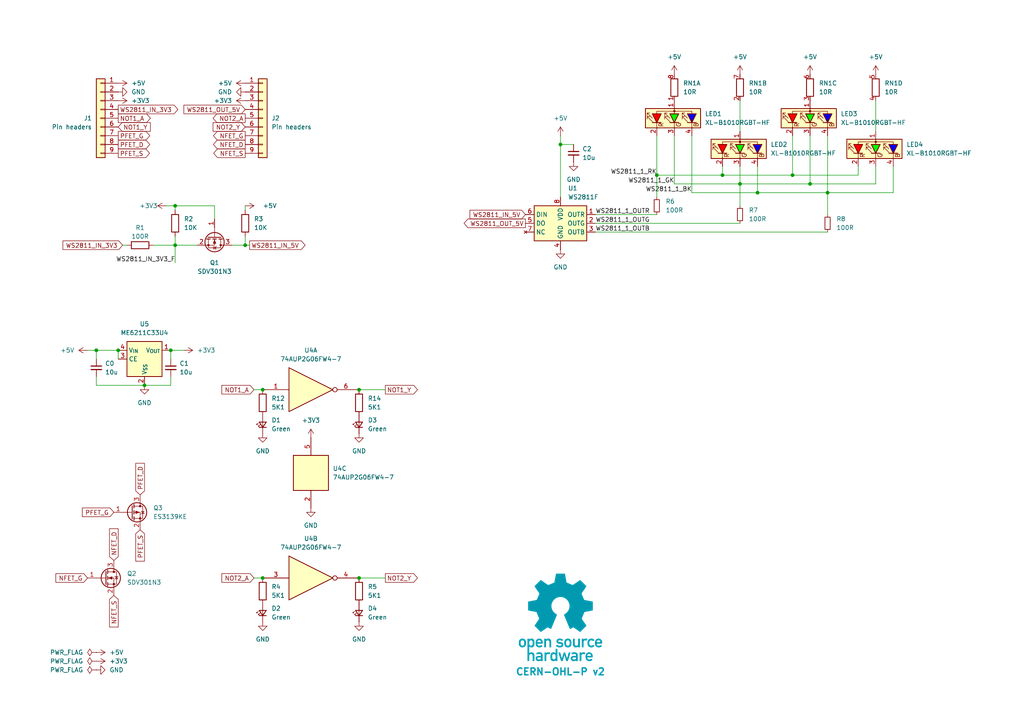
<source format=kicad_sch>
(kicad_sch (version 20231120) (generator "eeschema") (generator_version "8.0")
  (paper "A4")
  (lib_symbols
    (symbol "Connector_Generic:Conn_01x09" (pin_names (offset 1.016) hide)
      (property "Reference" "J" (at 0 12.7 0))
      (property "Value" "Conn_01x09" (at 0 -12.7 0))
      (symbol "Conn_01x09_1_1"
        (rectangle (start -1.27 -10.033) (end 0 -10.287) (stroke (width 0.1524)))
        (rectangle (start -1.27 -7.493) (end 0 -7.747) (stroke (width 0.1524)))
        (rectangle (start -1.27 -4.953) (end 0 -5.207) (stroke (width 0.1524)))
        (rectangle (start -1.27 -2.413) (end 0 -2.667) (stroke (width 0.1524)))
        (rectangle (start -1.27 0.127) (end 0 -0.127) (stroke (width 0.1524)))
        (rectangle (start -1.27 2.667) (end 0 2.413) (stroke (width 0.1524)))
        (rectangle (start -1.27 5.207) (end 0 4.953) (stroke (width 0.1524)))
        (rectangle (start -1.27 7.747) (end 0 7.493) (stroke (width 0.1524)))
        (rectangle (start -1.27 10.287) (end 0 10.033) (stroke (width 0.1524)))
        (rectangle (start -1.27 11.43) (end 1.27 -11.43) (stroke (width 0.254)) (fill (type background)))
        (pin passive line (at -5.08 10.16 0) (length 3.81) (name "Pin_1") (number "1"))
        (pin passive line (at -5.08 7.62 0) (length 3.81) (name "Pin_2") (number "2"))
        (pin passive line (at -5.08 5.08 0) (length 3.81) (name "Pin_3") (number "3"))
        (pin passive line (at -5.08 2.54 0) (length 3.81) (name "Pin_4") (number "4"))
        (pin passive line (at -5.08 0 0) (length 3.81) (name "Pin_5") (number "5"))
        (pin passive line (at -5.08 -2.54 0) (length 3.81) (name "Pin_6") (number "6"))
        (pin passive line (at -5.08 -5.08 0) (length 3.81) (name "Pin_7") (number "7"))
        (pin passive line (at -5.08 -7.62 0) (length 3.81) (name "Pin_8") (number "8"))
        (pin passive line (at -5.08 -10.16 0) (length 3.81) (name "Pin_9") (number "9"))
      )
    )
    (symbol "Device:C_Small" (pin_numbers hide) (pin_names (offset 0.254) hide)
      (property "Reference" "C" (at 0.254 1.778 0))
      (property "Value" "C_Small" (at 0.254 -2.032 0))
      (symbol "C_Small_0_1"
        (polyline (pts (xy -1.524 -0.508) (xy 1.524 -0.508)) (stroke (width 0.3302)))
        (polyline (pts (xy -1.524 0.508) (xy 1.524 0.508)) (stroke (width 0.3048)))
      )
      (symbol "C_Small_1_1"
        (pin passive line (at 0 2.54 270) (length 2.032) (name "~") (number "1"))
        (pin passive line (at 0 -2.54 90) (length 2.032) (name "~") (number "2"))
      )
    )
    (symbol "Device:LED_Small" (pin_numbers hide) (pin_names (offset 0.254) hide)
      (property "Reference" "D" (at -1.27 3.175 0))
      (property "Value" "LED_Small" (at -4.445 -2.54 0))
      (symbol "LED_Small_0_1"
        (polyline (pts (xy -0.762 -1.016) (xy -0.762 1.016)) (stroke (width 0.254)))
        (polyline (pts (xy 1.016 0) (xy -0.762 0)))
        (polyline (pts (xy 0.762 -1.016) (xy -0.762 0) (xy 0.762 1.016) (xy 0.762 -1.016)) (stroke (width 0.254)))
        (polyline (pts (xy 0 0.762) (xy -0.508 1.27) (xy -0.254 1.27) (xy -0.508 1.27) (xy -0.508 1.016)))
        (polyline (pts (xy 0.508 1.27) (xy 0 1.778) (xy 0.254 1.778) (xy 0 1.778) (xy 0 1.524)))
      )
      (symbol "LED_Small_1_1"
        (pin passive line (at -2.54 0 0) (length 1.778) (name "K") (number "1"))
        (pin passive line (at 2.54 0 180) (length 1.778) (name "A") (number "2"))
      )
    )
    (symbol "Device:R" (pin_numbers hide) (pin_names (offset 0))
      (property "Reference" "R" (at 2.032 0 90))
      (property "Value" "R" (at 0 0 90))
      (symbol "R_0_1"
        (rectangle (start -1.016 -2.54) (end 1.016 2.54) (stroke (width 0.254)))
      )
      (symbol "R_1_1"
        (pin passive line (at 0 3.81 270) (length 1.27) (name "~") (number "1"))
        (pin passive line (at 0 -3.81 90) (length 1.27) (name "~") (number "2"))
      )
    )
    (symbol "Device:R_Pack04_Split" (pin_names (offset 0) hide)
      (property "Reference" "RN" (at 2.032 0 90))
      (property "Value" "R_Pack04_Split" (at 0 0 90))
      (symbol "R_Pack04_Split_0_1"
        (rectangle (start 1.016 2.54) (end -1.016 -2.54) (stroke (width 0.254)))
      )
      (symbol "R_Pack04_Split_1_1"
        (pin passive line (at 0 -3.81 90) (length 1.27) (name "R1.1") (number "1"))
        (pin passive line (at 0 3.81 270) (length 1.27) (name "R1.2") (number "8"))
      )
      (symbol "R_Pack04_Split_2_1"
        (pin passive line (at 0 -3.81 90) (length 1.27) (name "R2.1") (number "2"))
        (pin passive line (at 0 3.81 270) (length 1.27) (name "R2.2") (number "7"))
      )
      (symbol "R_Pack04_Split_3_1"
        (pin passive line (at 0 -3.81 90) (length 1.27) (name "R3.1") (number "3"))
        (pin passive line (at 0 3.81 270) (length 1.27) (name "R3.2") (number "6"))
      )
      (symbol "R_Pack04_Split_4_1"
        (pin passive line (at 0 -3.81 90) (length 1.27) (name "R4.1") (number "4"))
        (pin passive line (at 0 3.81 270) (length 1.27) (name "R4.2") (number "5"))
      )
    )
    (symbol "Device:R_Small" (pin_numbers hide) (pin_names (offset 0.254) hide)
      (property "Reference" "R" (at 0.762 0.508 0))
      (property "Value" "R_Small" (at 0.762 -1.016 0))
      (symbol "R_Small_0_1"
        (rectangle (start -0.762 1.778) (end 0.762 -1.778) (stroke (width 0.2032)))
      )
      (symbol "R_Small_1_1"
        (pin passive line (at 0 2.54 270) (length 0.762) (name "~") (number "1"))
        (pin passive line (at 0 -2.54 90) (length 0.762) (name "~") (number "2"))
      )
    )
    (symbol "lcsc:74AUP2G06FW4-7" (pin_names hide)
      (property "Reference" "U" (at 0 7.62 0))
      (property "Value" "74AUP2G06FW4-7" (at 2.54 -7.62 0))
      (symbol "74AUP2G06FW4-7_1_1"
        (polyline (pts (xy -7.62 6.35) (xy -7.62 -6.35) (xy 5.08 0) (xy -7.62 6.35)) (stroke (width 0.254)) (fill (type background)))
        (pin input line (at -15.24 0 0) (length 7.62) (name "1A") (number "1"))
        (pin output inverted (at 12.7 0 180) (length 7.62) (name "1Y") (number "6"))
      )
      (symbol "74AUP2G06FW4-7_2_1"
        (polyline (pts (xy -7.62 6.35) (xy -7.62 -6.35) (xy 5.08 0) (xy -7.62 6.35)) (stroke (width 0.254)) (fill (type background)))
        (pin input line (at -15.24 0 0) (length 7.62) (name "2A") (number "3"))
        (pin output inverted (at 12.7 0 180) (length 7.62) (name "2Y") (number "4"))
      )
      (symbol "74AUP2G06FW4-7_3_0"
        (rectangle (start -5.08 -5.08) (end 5.08 5.08) (stroke (width 0.254)) (fill (type background)))
      )
      (symbol "74AUP2G06FW4-7_3_1"
        (pin power_in line (at 0 -10.16 90) (length 5.08) (name "GND") (number "2"))
        (pin power_in line (at 0 10.16 270) (length 5.08) (name "VCC") (number "5"))
      )
    )
    (symbol "lcsc:ES3139KE" (pin_names hide)
      (property "Reference" "Q" (at 5.08 1.905 0))
      (property "Value" "ES3139KE" (at 5.08 0 0))
      (symbol "ES3139KE_0_1"
        (polyline (pts (xy 0.254 0) (xy -2.54 0)))
        (polyline (pts (xy 0.254 1.905) (xy 0.254 -1.905)) (stroke (width 0.254)))
        (polyline (pts (xy 0.762 -1.27) (xy 0.762 -2.286)) (stroke (width 0.254)))
        (polyline (pts (xy 0.762 0.508) (xy 0.762 -0.508)) (stroke (width 0.254)))
        (polyline (pts (xy 0.762 2.286) (xy 0.762 1.27)) (stroke (width 0.254)))
        (polyline (pts (xy 2.54 2.54) (xy 2.54 1.778)))
        (polyline (pts (xy 2.54 -2.54) (xy 2.54 0) (xy 0.762 0)))
        (polyline (pts (xy 0.762 1.778) (xy 3.302 1.778) (xy 3.302 -1.778) (xy 0.762 -1.778)))
        (polyline (pts (xy 2.286 0) (xy 1.27 0.381) (xy 1.27 -0.381) (xy 2.286 0)) (fill (type outline)))
        (polyline (pts (xy 2.794 -0.508) (xy 2.921 -0.381) (xy 3.683 -0.381) (xy 3.81 -0.254)))
        (polyline (pts (xy 3.302 -0.381) (xy 2.921 0.254) (xy 3.683 0.254) (xy 3.302 -0.381)))
        (circle (center 1.651 0) (radius 2.794) (stroke (width 0.254)))
        (circle (center 2.54 -1.778) (radius 0.254) (fill (type outline)))
        (circle (center 2.54 1.778) (radius 0.254) (fill (type outline)))
      )
      (symbol "ES3139KE_1_1"
        (pin input line (at -5.08 0 0) (length 2.54) (name "G") (number "1"))
        (pin passive line (at 2.54 -5.08 90) (length 2.54) (name "S") (number "2"))
        (pin passive line (at 2.54 5.08 270) (length 2.54) (name "D") (number "3"))
      )
    )
    (symbol "lcsc:ME6211C33U4"
      (property "Reference" "U" (at -4.572 6.35 0))
      (property "Value" "ME6211C33U4" (at 10.16 8.636 0))
      (symbol "ME6211C33U4_1_1"
        (rectangle (start -5.08 5.08) (end 5.08 -5.08) (stroke (width 0.254)) (fill (type background)))
        (pin power_out line (at 7.62 2.54 180) (length 2.54) (name "V_{OUT}") (number "1"))
        (pin power_in line (at 0 -7.62 90) (length 2.54) (name "V_{SS}") (number "2"))
        (pin input line (at -7.62 0 0) (length 2.54) (name "CE") (number "3"))
        (pin power_in line (at -7.62 2.54 0) (length 2.54) (name "V_{IN}") (number "4"))
        (pin no_connect line (at 5.08 0 180) (length 2.54) hide (name "NC") (number "5"))
      )
    )
    (symbol "lcsc:SDV301N3" (pin_names hide)
      (property "Reference" "Q" (at 5.08 1.905 0))
      (property "Value" "SDV301N3" (at 5.08 0 0))
      (symbol "SDV301N3_0_1"
        (polyline (pts (xy 0.254 0) (xy -2.54 0)))
        (polyline (pts (xy 0.254 1.905) (xy 0.254 -1.905)) (stroke (width 0.254)))
        (polyline (pts (xy 0.762 -1.27) (xy 0.762 -2.286)) (stroke (width 0.254)))
        (polyline (pts (xy 0.762 0.508) (xy 0.762 -0.508)) (stroke (width 0.254)))
        (polyline (pts (xy 0.762 2.286) (xy 0.762 1.27)) (stroke (width 0.254)))
        (polyline (pts (xy 2.54 2.54) (xy 2.54 1.778)))
        (polyline (pts (xy 2.54 -2.54) (xy 2.54 0) (xy 0.762 0)))
        (polyline (pts (xy 0.762 -1.778) (xy 3.302 -1.778) (xy 3.302 1.778) (xy 0.762 1.778)))
        (polyline (pts (xy 1.016 0) (xy 2.032 0.381) (xy 2.032 -0.381) (xy 1.016 0)) (fill (type outline)))
        (polyline (pts (xy 2.794 0.508) (xy 2.921 0.381) (xy 3.683 0.381) (xy 3.81 0.254)))
        (polyline (pts (xy 3.302 0.381) (xy 2.921 -0.254) (xy 3.683 -0.254) (xy 3.302 0.381)))
        (circle (center 1.651 0) (radius 2.794) (stroke (width 0.254)))
        (circle (center 2.54 -1.778) (radius 0.254) (fill (type outline)))
        (circle (center 2.54 1.778) (radius 0.254) (fill (type outline)))
      )
      (symbol "SDV301N3_1_1"
        (pin input line (at -5.08 0 0) (length 2.54) (name "G") (number "1"))
        (pin passive line (at 2.54 -5.08 90) (length 2.54) (name "S") (number "2"))
        (pin passive line (at 2.54 5.08 270) (length 2.54) (name "D") (number "3"))
      )
    )
    (symbol "lcsc:WS2811F"
      (property "Reference" "U" (at -6.35 6.35 0))
      (property "Value" "WS2811F" (at 5.08 6.35 0))
      (symbol "WS2811F_0_1"
        (rectangle (start -7.62 5.08) (end 7.62 -5.08) (stroke (width 0.254)) (fill (type background)))
      )
      (symbol "WS2811F_1_1"
        (pin output line (at 10.16 2.54 180) (length 2.54) (name "OUTR") (number "1"))
        (pin output line (at 10.16 0 180) (length 2.54) (name "OUTG") (number "2"))
        (pin output line (at 10.16 -2.54 180) (length 2.54) (name "OUTB") (number "3"))
        (pin power_in line (at 0 -7.62 90) (length 2.54) (name "GND") (number "4"))
        (pin output line (at -10.16 0 0) (length 2.54) (name "DO") (number "5"))
        (pin input line (at -10.16 2.54 0) (length 2.54) (name "DIN") (number "6"))
        (pin no_connect line (at -10.16 -2.54 0) (length 2.54) (name "NC") (number "7"))
        (pin power_in line (at 0 7.62 270) (length 2.54) (name "VDD") (number "8"))
      )
    )
    (symbol "lcsc:XL-B1010RGBT-HF" (pin_names (offset 0) hide)
      (property "Reference" "D" (at 0 9.398 0))
      (property "Value" "XL-B1010RGBT-HF" (at 0 -8.89 0))
      (symbol "XL-B1010RGBT-HF_0_0"
        (text "B" (at -1.905 -6.35 0) (effects (font (size 1.27 1.27))))
        (text "G" (at -1.905 -1.27 0) (effects (font (size 1.27 1.27))))
        (text "R" (at -1.905 3.81 0) (effects (font (size 1.27 1.27))))
      )
      (symbol "XL-B1010RGBT-HF_0_1"
        (rectangle (start -2.794 8.382) (end 2.794 -7.62) (stroke (width 0.254)) (fill (type background)))
        (polyline (pts (xy -1.27 -5.08) (xy -2.54 -5.08)))
        (polyline (pts (xy -1.27 -3.81) (xy -1.27 -6.35)) (stroke (width 0.254)))
        (polyline (pts (xy -1.27 0) (xy -2.54 0)))
        (polyline (pts (xy -1.27 1.27) (xy -1.27 -1.27)) (stroke (width 0.254)))
        (polyline (pts (xy -1.27 5.08) (xy -2.54 5.08)))
        (polyline (pts (xy -1.27 6.35) (xy -1.27 3.81)) (stroke (width 0.254)))
        (polyline (pts (xy 1.27 0) (xy 2.54 0)))
        (polyline (pts (xy -1.27 1.27) (xy -1.27 -1.27) (xy -1.27 -1.27)))
        (polyline (pts (xy -1.27 6.35) (xy -1.27 3.81) (xy -1.27 3.81)))
        (polyline (pts (xy 1.27 -5.08) (xy 2.032 -5.08) (xy 2.032 5.08) (xy 1.27 5.08)))
        (polyline (pts (xy -1.016 -3.81) (xy 0.508 -2.286) (xy -0.254 -2.286) (xy 0.508 -2.286) (xy 0.508 -3.048)))
        (polyline (pts (xy -1.016 1.27) (xy 0.508 2.794) (xy -0.254 2.794) (xy 0.508 2.794) (xy 0.508 2.032)))
        (polyline (pts (xy -1.016 6.35) (xy 0.508 7.874) (xy -0.254 7.874) (xy 0.508 7.874) (xy 0.508 7.112)))
        (polyline (pts (xy 0 -3.81) (xy 1.524 -2.286) (xy 0.762 -2.286) (xy 1.524 -2.286) (xy 1.524 -3.048)))
        (polyline (pts (xy 0 1.27) (xy 1.524 2.794) (xy 0.762 2.794) (xy 1.524 2.794) (xy 1.524 2.032)))
        (polyline (pts (xy 0 6.35) (xy 1.524 7.874) (xy 0.762 7.874) (xy 1.524 7.874) (xy 1.524 7.112)))
        (rectangle (start 1.27 -1.27) (end 1.27 1.27))
        (rectangle (start 1.27 1.27) (end 1.27 1.27))
        (rectangle (start 1.27 3.81) (end 1.27 6.35))
        (rectangle (start 1.27 6.35) (end 1.27 6.35))
        (circle (center 2.032 0) (radius 0.254) (fill (type outline)))
      )
      (symbol "XL-B1010RGBT-HF_1_1"
        (polyline (pts (xy 1.27 -3.81) (xy 1.27 -6.35) (xy -1.27 -5.08) (xy 1.27 -3.81)) (stroke (width 0.254)) (fill (type color) (color 0 0 255 1)))
        (polyline (pts (xy 1.27 1.27) (xy 1.27 -1.27) (xy -1.27 0) (xy 1.27 1.27)) (stroke (width 0.254)) (fill (type color) (color 0 255 0 1)))
        (polyline (pts (xy 1.27 6.35) (xy 1.27 3.81) (xy -1.27 5.08) (xy 1.27 6.35)) (stroke (width 0.254)) (fill (type color) (color 255 0 0 1)))
        (pin passive line (at 5.08 0 180) (length 2.54) (name "A") (number "1"))
        (pin passive line (at -5.08 5.08 0) (length 2.54) (name "RK") (number "2"))
        (pin passive line (at -5.08 0 0) (length 2.54) (name "GK") (number "3"))
        (pin passive line (at -5.08 -5.08 0) (length 2.54) (name "BK") (number "4"))
      )
    )
    (symbol "power:+3V3" (power) (pin_numbers hide) (pin_names (offset 0) hide)
      (property "Value" "+3V3" (at 0 3.556 0))
      (symbol "+3V3_0_1"
        (polyline (pts (xy -0.762 1.27) (xy 0 2.54)))
        (polyline (pts (xy 0 0) (xy 0 2.54)))
        (polyline (pts (xy 0 2.54) (xy 0.762 1.27)))
      )
      (symbol "+3V3_1_1"
        (pin power_in line (at 0 0 90) (length 0) (name "~") (number "1"))
      )
    )
    (symbol "power:+5V" (power) (pin_numbers hide) (pin_names (offset 0) hide)
      (property "Value" "+5V" (at 0 3.556 0))
      (symbol "+5V_0_1"
        (polyline (pts (xy -0.762 1.27) (xy 0 2.54)))
        (polyline (pts (xy 0 0) (xy 0 2.54)))
        (polyline (pts (xy 0 2.54) (xy 0.762 1.27)))
      )
      (symbol "+5V_1_1"
        (pin power_in line (at 0 0 90) (length 0) (name "~") (number "1"))
      )
    )
    (symbol "power:GND" (power) (pin_numbers hide) (pin_names (offset 0) hide)
      (property "Value" "GND" (at 0 -3.81 0))
      (symbol "GND_0_1"
        (polyline (pts (xy 0 0) (xy 0 -1.27) (xy 1.27 -1.27) (xy 0 -2.54) (xy -1.27 -1.27) (xy 0 -1.27)))
      )
      (symbol "GND_1_1"
        (pin power_in line (at 0 0 270) (length 0) (name "~") (number "1"))
      )
    )
    (symbol "power:PWR_FLAG" (power) (pin_numbers hide) (pin_names (offset 0) hide)
      (property "Value" "PWR_FLAG" (at 0 3.81 0))
      (symbol "PWR_FLAG_0_0"
        (pin power_out line (at 0 0 90) (length 0) (name "~") (number "1"))
      )
      (symbol "PWR_FLAG_0_1"
        (polyline (pts (xy 0 0) (xy 0 1.27) (xy -1.016 1.905) (xy 0 2.54) (xy 1.016 1.905) (xy 0 1.27)))
      )
    )
    (symbol "power:VCC" (power) (pin_numbers hide) (pin_names (offset 0) hide)
      (property "Value" "VCC" (at 0 3.556 0))
      (symbol "VCC_0_1"
        (polyline (pts (xy -0.762 1.27) (xy 0 2.54)))
        (polyline (pts (xy 0 0) (xy 0 2.54)))
        (polyline (pts (xy 0 2.54) (xy 0.762 1.27)))
      )
      (symbol "VCC_1_1"
        (pin power_in line (at 0 0 90) (length 0) (name "~") (number "1"))
      )
    )
  )
  (junction (at 50.8 59.69))
  (junction (at 76.2 113.03))
  (junction (at 240.03 55.88))
  (junction (at 234.95 53.34))
  (junction (at 229.87 50.8))
  (junction (at 219.71 55.88))
  (junction (at 27.94 101.6))
  (junction (at 162.56 41.91))
  (junction (at 76.2 167.64))
  (junction (at 49.53 101.6))
  (junction (at 50.8 71.12))
  (junction (at 190.5 50.8))
  (junction (at 104.14 113.03))
  (junction (at 41.91 111.76))
  (junction (at 71.12 71.12))
  (junction (at 104.14 167.64))
  (junction (at 34.29 101.6))
  (junction (at 214.63 53.34))
  (junction (at 209.55 50.8))
  (wire (pts (xy 190.5 50.8) (xy 209.55 50.8)))
  (wire (pts (xy 162.56 39.37) (xy 162.56 41.91)))
  (wire (pts (xy 73.66 113.03) (xy 76.2 113.03)))
  (wire (pts (xy 67.31 71.12) (xy 71.12 71.12)))
  (wire (pts (xy 49.53 111.76) (xy 41.91 111.76)))
  (wire (pts (xy 190.5 39.37) (xy 190.5 50.8)))
  (wire (pts (xy 229.87 39.37) (xy 229.87 50.8)))
  (wire (pts (xy 50.8 68.58) (xy 50.8 71.12)))
  (wire (pts (xy 259.08 48.26) (xy 259.08 55.88)))
  (wire (pts (xy 219.71 55.88) (xy 219.71 48.26)))
  (wire (pts (xy 195.58 53.34) (xy 214.63 53.34)))
  (wire (pts (xy 259.08 55.88) (xy 240.03 55.88)))
  (wire (pts (xy 190.5 50.8) (xy 190.5 57.15)))
  (wire (pts (xy 240.03 39.37) (xy 240.03 55.88)))
  (wire (pts (xy 214.63 48.26) (xy 214.63 53.34)))
  (wire (pts (xy 104.14 167.64) (xy 111.76 167.64)))
  (wire (pts (xy 214.63 29.21) (xy 214.63 38.1)))
  (wire (pts (xy 240.03 55.88) (xy 240.03 62.23)))
  (wire (pts (xy 27.94 111.76) (xy 41.91 111.76)))
  (wire (pts (xy 27.94 101.6) (xy 34.29 101.6)))
  (wire (pts (xy 229.87 50.8) (xy 248.92 50.8)))
  (wire (pts (xy 35.56 71.12) (xy 36.83 71.12)))
  (wire (pts (xy 49.53 101.6) (xy 49.53 104.14)))
  (wire (pts (xy 195.58 39.37) (xy 195.58 53.34)))
  (wire (pts (xy 200.66 55.88) (xy 219.71 55.88)))
  (wire (pts (xy 53.34 101.6) (xy 49.53 101.6)))
  (wire (pts (xy 172.72 62.23) (xy 190.5 62.23)))
  (wire (pts (xy 48.26 59.69) (xy 50.8 59.69)))
  (wire (pts (xy 71.12 71.12) (xy 71.12 68.58)))
  (wire (pts (xy 50.8 59.69) (xy 62.23 59.69)))
  (wire (pts (xy 27.94 104.14) (xy 27.94 101.6)))
  (wire (pts (xy 162.56 41.91) (xy 162.56 57.15)))
  (wire (pts (xy 214.63 53.34) (xy 214.63 59.69)))
  (wire (pts (xy 209.55 50.8) (xy 229.87 50.8)))
  (wire (pts (xy 254 29.21) (xy 254 38.1)))
  (wire (pts (xy 50.8 60.96) (xy 50.8 59.69)))
  (wire (pts (xy 71.12 60.96) (xy 71.12 59.69)))
  (wire (pts (xy 162.56 41.91) (xy 166.37 41.91)))
  (wire (pts (xy 240.03 55.88) (xy 219.71 55.88)))
  (wire (pts (xy 172.72 67.31) (xy 240.03 67.31)))
  (wire (pts (xy 234.95 39.37) (xy 234.95 53.34)))
  (wire (pts (xy 27.94 109.22) (xy 27.94 111.76)))
  (wire (pts (xy 50.8 76.2) (xy 50.8 71.12)))
  (wire (pts (xy 200.66 39.37) (xy 200.66 55.88)))
  (wire (pts (xy 254 48.26) (xy 254 53.34)))
  (wire (pts (xy 172.72 64.77) (xy 214.63 64.77)))
  (wire (pts (xy 34.29 101.6) (xy 34.29 104.14)))
  (wire (pts (xy 234.95 53.34) (xy 214.63 53.34)))
  (wire (pts (xy 71.12 71.12) (xy 72.39 71.12)))
  (wire (pts (xy 104.14 113.03) (xy 111.76 113.03)))
  (wire (pts (xy 209.55 48.26) (xy 209.55 50.8)))
  (wire (pts (xy 49.53 109.22) (xy 49.53 111.76)))
  (wire (pts (xy 254 53.34) (xy 234.95 53.34)))
  (wire (pts (xy 73.66 167.64) (xy 76.2 167.64)))
  (wire (pts (xy 248.92 50.8) (xy 248.92 48.26)))
  (wire (pts (xy 50.8 71.12) (xy 57.15 71.12)))
  (wire (pts (xy 62.23 63.5) (xy 62.23 59.69)))
  (wire (pts (xy 25.4 101.6) (xy 27.94 101.6)))
  (wire (pts (xy 44.45 71.12) (xy 50.8 71.12)))
  (image (at 162.56 179.07) (scale 0.37481))
  (text "CERN-OHL-P v2" (at 162.56 195.072 0) (effects (font (size 2 2) (thickness 0.4) (bold yes))))
  (label "WS2811_IN_3V3_F" (at 50.8 76.2 180))
  (label "WS2811_1_OUTG" (at 172.72 64.77 0))
  (label "WS2811_1_BK" (at 200.66 55.88 180))
  (label "WS2811_1_OUTR" (at 172.72 62.23 0))
  (label "WS2811_1_OUTB" (at 172.72 67.31 0))
  (label "WS2811_1_GK" (at 195.58 53.34 180))
  (label "WS2811_1_RK" (at 190.5 50.8 180))
  (global_label "NFET_D" (shape input) (at 33.02 162.56 90) (property "Intersheetrefs" "${INTERSHEET_REFS}" (effects (hide yes))))
  (global_label "NFET_S" (shape input) (at 33.02 172.72 270) (property "Intersheetrefs" "${INTERSHEET_REFS}" (effects (hide yes))))
  (global_label "NFET_D" (shape output) (at 71.12 41.91 180) (property "Intersheetrefs" "${INTERSHEET_REFS}" (effects (hide yes))))
  (global_label "NOT2_Y" (shape output) (at 111.76 167.64 0) (property "Intersheetrefs" "${INTERSHEET_REFS}" (effects (hide yes))))
  (global_label "WS2811_OUT_5V" (shape output) (at 152.4 64.77 180) (property "Intersheetrefs" "${INTERSHEET_REFS}" (effects (hide yes))))
  (global_label "PFET_S" (shape input) (at 40.64 153.67 270) (property "Intersheetrefs" "${INTERSHEET_REFS}" (effects (hide yes))))
  (global_label "NOT2_A" (shape output) (at 71.12 34.29 180) (property "Intersheetrefs" "${INTERSHEET_REFS}" (effects (hide yes))))
  (global_label "PFET_G" (shape input) (at 33.02 148.59 180) (property "Intersheetrefs" "${INTERSHEET_REFS}" (effects (hide yes))))
  (global_label "NFET_G" (shape input) (at 25.4 167.64 180) (property "Intersheetrefs" "${INTERSHEET_REFS}" (effects (hide yes))))
  (global_label "NFET_S" (shape output) (at 71.12 44.45 180) (property "Intersheetrefs" "${INTERSHEET_REFS}" (effects (hide yes))))
  (global_label "PFET_G" (shape output) (at 34.29 39.37 0) (property "Intersheetrefs" "${INTERSHEET_REFS}" (effects (hide yes))))
  (global_label "NOT1_A" (shape output) (at 34.29 34.29 0) (property "Intersheetrefs" "${INTERSHEET_REFS}" (effects (hide yes))))
  (global_label "WS2811_IN_5V" (shape input) (at 152.4 62.23 180) (property "Intersheetrefs" "${INTERSHEET_REFS}" (effects (hide yes))))
  (global_label "NOT1_Y" (shape input) (at 34.29 36.83 0) (property "Intersheetrefs" "${INTERSHEET_REFS}" (effects (hide yes))))
  (global_label "NFET_G" (shape output) (at 71.12 39.37 180) (property "Intersheetrefs" "${INTERSHEET_REFS}" (effects (hide yes))))
  (global_label "NOT2_A" (shape input) (at 73.66 167.64 180) (property "Intersheetrefs" "${INTERSHEET_REFS}" (effects (hide yes))))
  (global_label "NOT2_Y" (shape input) (at 71.12 36.83 180) (property "Intersheetrefs" "${INTERSHEET_REFS}" (effects (hide yes))))
  (global_label "WS2811_OUT_5V" (shape input) (at 71.12 31.75 180) (property "Intersheetrefs" "${INTERSHEET_REFS}" (effects (hide yes))))
  (global_label "WS2811_IN_3V3" (shape output) (at 34.29 31.75 0) (property "Intersheetrefs" "${INTERSHEET_REFS}" (effects (hide yes))))
  (global_label "WS2811_IN_5V" (shape output) (at 72.39 71.12 0) (property "Intersheetrefs" "${INTERSHEET_REFS}" (effects (hide yes))))
  (global_label "WS2811_IN_3V3" (shape input) (at 35.56 71.12 180) (property "Intersheetrefs" "${INTERSHEET_REFS}" (effects (hide yes))))
  (global_label "NOT1_A" (shape input) (at 73.66 113.03 180) (property "Intersheetrefs" "${INTERSHEET_REFS}" (effects (hide yes))))
  (global_label "PFET_D" (shape output) (at 34.29 41.91 0) (property "Intersheetrefs" "${INTERSHEET_REFS}" (effects (hide yes))))
  (global_label "PFET_S" (shape output) (at 34.29 44.45 0) (property "Intersheetrefs" "${INTERSHEET_REFS}" (effects (hide yes))))
  (global_label "PFET_D" (shape input) (at 40.64 143.51 90) (property "Intersheetrefs" "${INTERSHEET_REFS}" (effects (hide yes))))
  (global_label "NOT1_Y" (shape output) (at 111.76 113.03 0) (property "Intersheetrefs" "${INTERSHEET_REFS}" (effects (hide yes))))
  (symbol (lib_id "power:VCC") (at 71.12 24.13 90) (unit 1)
    (property "Reference" "#PWR023" (effects (hide yes)))
    (property "Value" "+5V" (at 67.31 24.1299 90) (effects (justify left)))
    (property "Description" "Power symbol creates a global label with name \"VCC\"" (effects (hide yes)))
  )
  (symbol (lib_id "Device:LED_Small") (at 104.14 177.8 90) (unit 1)
    (property "Reference" "D4" (at 106.68 176.4664 90) (effects (justify right)))
    (property "Value" "Green" (at 106.68 179.0064 90) (effects (justify right)))
    (property "Footprint" "custom:LED_0402_1005Metric" (effects (hide yes)))
    (property "Description" "Light emitting diode, small symbol" (effects (hide yes)))
  )
  (symbol (lib_id "Device:C_Small") (at 49.53 106.68 0) (unit 1)
    (property "Reference" "C1" (at 52.07 105.4162 0) (effects (justify left)))
    (property "Value" "10u" (at 52.07 107.9562 0) (effects (justify left)))
    (property "Footprint" "custom:C_0402_1005Metric_simple" (effects (hide yes)))
    (property "Description" "Unpolarized capacitor, small symbol" (effects (hide yes)))
  )
  (symbol (lib_id "lcsc:WS2811F") (at 162.56 64.77 0) (unit 1)
    (property "Reference" "U1" (at 164.7541 54.61 0) (effects (justify left)))
    (property "Value" "WS2811F" (at 164.7541 57.15 0) (effects (justify left)))
    (property "Footprint" "lcsc:FSOP-8_L3.3-W1.7-P0.80-LS2.9-BL" (effects (hide yes)))
    (property "Datasheet" "https://www.lcsc.com/datasheet/lcsc_datasheet_2310231548_Worldsemi-WS2811F_C5446692.pdf" (effects (hide yes)))
    (property "Description" "3-Channel 8-Bit PWM LED Driver, FSOP-8" (effects (hide yes)))
    (property "LCSC Part" "C5446692" (effects (hide yes)))
  )
  (symbol (lib_id "power:VCC") (at 195.58 21.59 0) (unit 1)
    (property "Reference" "#PWR03" (effects (hide yes)))
    (property "Value" "+5V" (at 195.58 16.51 0))
    (property "Description" "Power symbol creates a global label with name \"VCC\"" (effects (hide yes)))
  )
  (symbol (lib_id "Device:LED_Small") (at 76.2 177.8 90) (unit 1)
    (property "Reference" "D2" (at 78.74 176.4664 90) (effects (justify right)))
    (property "Value" "Green" (at 78.74 179.0064 90) (effects (justify right)))
    (property "Footprint" "custom:LED_0402_1005Metric" (effects (hide yes)))
    (property "Description" "Light emitting diode, small symbol" (effects (hide yes)))
  )
  (symbol (lib_id "power:GND") (at 166.37 46.99 0) (unit 1)
    (property "Reference" "#PWR029" (effects (hide yes)))
    (property "Value" "GND" (at 166.37 52.07 0))
    (property "Description" "Power symbol creates a global label with name \"GND\" , ground" (effects (hide yes)))
  )
  (symbol (lib_id "power:VCC") (at 90.17 127 0) (unit 1)
    (property "Reference" "#PWR019" (effects (hide yes)))
    (property "Value" "+3V3" (at 90.17 121.92 0))
    (property "Description" "Power symbol creates a global label with name \"VCC\"" (effects (hide yes)))
  )
  (symbol (lib_id "lcsc:SDV301N3") (at 62.23 68.58 270) (unit 1)
    (property "Reference" "Q1" (at 62.23 76.2 90))
    (property "Value" "SDV301N3" (at 62.23 78.74 90))
    (property "Footprint" "custom:DFN1006-3" (effects (hide yes)))
    (property "Datasheet" "https://www.lcsc.com/datasheet/lcsc_datasheet_2302091109_Shikues-SDV301N3_C5334596.pdf" (effects (hide yes)))
    (property "Description" "0.5A Id, 30V Vds, N-Channel MOSFET, DFN1006-3" (effects (hide yes)))
    (property "LCSC Part" "C5334596" (effects (hide yes)))
  )
  (symbol (lib_id "power:+3V3") (at 48.26 59.69 90) (unit 1)
    (property "Reference" "#PWR032" (effects (hide yes)))
    (property "Value" "+3V3" (at 45.72 59.6899 90) (effects (justify left)))
    (property "Description" "Power symbol creates a global label with name \"+3V3\"" (effects (hide yes)))
  )
  (symbol (lib_id "power:VCC") (at 162.56 39.37 0) (unit 1)
    (property "Reference" "#PWR05" (effects (hide yes)))
    (property "Value" "+5V" (at 162.56 34.29 0))
    (property "Description" "Power symbol creates a global label with name \"VCC\"" (effects (hide yes)))
  )
  (symbol (lib_id "lcsc:SDV301N3") (at 30.48 167.64 0) (unit 1)
    (property "Reference" "Q2" (at 36.83 166.3699 0) (effects (justify left)))
    (property "Value" "SDV301N3" (at 36.83 168.9099 0) (effects (justify left)))
    (property "Footprint" "custom:DFN1006-3" (effects (hide yes)))
    (property "Datasheet" "https://www.lcsc.com/datasheet/lcsc_datasheet_2302091109_Shikues-SDV301N3_C5334596.pdf" (effects (hide yes)))
    (property "Description" "0.5A Id, 30V Vds, N-Channel MOSFET, DFN1006-3" (effects (hide yes)))
    (property "LCSC Part" "C5334596" (effects (hide yes)))
  )
  (symbol (lib_id "power:GND") (at 90.17 147.32 0) (unit 1)
    (property "Reference" "#PWR020" (effects (hide yes)))
    (property "Value" "GND" (at 90.17 152.4 0))
    (property "Description" "Power symbol creates a global label with name \"GND\" , ground" (effects (hide yes)))
  )
  (symbol (lib_id "power:VCC") (at 27.94 191.77 270) (unit 1)
    (property "Reference" "#PWR01" (effects (hide yes)))
    (property "Value" "+3V3" (at 31.75 191.7699 90) (effects (justify left)))
    (property "Description" "Power symbol creates a global label with name \"VCC\"" (effects (hide yes)))
  )
  (symbol (lib_id "Device:R_Small") (at 214.63 62.23 0) (unit 1)
    (property "Reference" "R7" (at 217.17 60.9599 0) (effects (justify left)))
    (property "Value" "100R" (at 217.17 63.4999 0) (effects (justify left)))
    (property "Footprint" "custom:R_0603_1608Metric_simple" (effects (hide yes)))
    (property "Description" "Resistor, small symbol" (effects (hide yes)))
  )
  (symbol (lib_id "power:VCC") (at 27.94 189.23 270) (unit 1)
    (property "Reference" "#PWR031" (effects (hide yes)))
    (property "Value" "+5V" (at 31.75 189.2299 90) (effects (justify left)))
    (property "Description" "Power symbol creates a global label with name \"VCC\"" (effects (hide yes)))
  )
  (symbol (lib_id "lcsc:ME6211C33U4") (at 41.91 104.14 0) (unit 1)
    (property "Reference" "U5" (at 41.91 93.98 0))
    (property "Value" "ME6211C33U4" (at 41.91 96.52 0))
    (property "Footprint" "Package_DFN_QFN:UDFN-4-1EP_1x1mm_P0.65mm_EP0.48x0.48mm" (effects (hide yes)))
    (property "Datasheet" "https://www.lcsc.com/datasheet/lcsc_datasheet_2304140030_MICRONE-Nanjing-Micro-One-Elec-ME6211C33R5G_C235316.pdf" (effects (hide yes)))
    (property "Description" "400mA low dropout linear regulator, shutdown pin, 6.5V max input voltage, 3.3V fixed positive output, UDFN-4-EP" (effects (hide yes)))
    (property "LCSC Part" "C428904" (effects (hide yes)))
  )
  (symbol (lib_id "Device:R") (at 50.8 64.77 180) (unit 1)
    (property "Reference" "R2" (at 53.34 63.4999 0) (effects (justify right)))
    (property "Value" "10K" (at 53.34 66.0399 0) (effects (justify right)))
    (property "Footprint" "Resistor_SMD:R_0402_1005Metric" (effects (hide yes)))
    (property "Description" "Resistor" (effects (hide yes)))
  )
  (symbol (lib_id "Device:LED_Small") (at 104.14 123.19 90) (unit 1)
    (property "Reference" "D3" (at 106.68 121.8564 90) (effects (justify right)))
    (property "Value" "Green" (at 106.68 124.3964 90) (effects (justify right)))
    (property "Footprint" "custom:LED_0402_1005Metric" (effects (hide yes)))
    (property "Description" "Light emitting diode, small symbol" (effects (hide yes)))
  )
  (symbol (lib_id "Device:C_Small") (at 166.37 44.45 0) (unit 1)
    (property "Reference" "C2" (at 168.91 43.1862 0) (effects (justify left)))
    (property "Value" "10u" (at 168.91 45.7262 0) (effects (justify left)))
    (property "Footprint" "custom:C_0402_1005Metric_simple" (effects (hide yes)))
    (property "Description" "Unpolarized capacitor, small symbol" (effects (hide yes)))
  )
  (symbol (lib_id "power:VCC") (at 53.34 101.6 270) (unit 1)
    (property "Reference" "#PWR028" (effects (hide yes)))
    (property "Value" "+3V3" (at 57.15 101.5999 90) (effects (justify left)))
    (property "Description" "Power symbol creates a global label with name \"VCC\"" (effects (hide yes)))
  )
  (symbol (lib_id "Device:R") (at 104.14 171.45 0) (unit 1)
    (property "Reference" "R5" (at 106.68 170.1799 0) (effects (justify left)))
    (property "Value" "5K1" (at 106.68 172.7199 0) (effects (justify left)))
    (property "Footprint" "Resistor_SMD:R_0402_1005Metric" (effects (hide yes)))
    (property "Description" "Resistor" (effects (hide yes)))
  )
  (symbol (lib_id "Device:R_Pack04_Split") (at 214.63 25.4 0) (unit 2)
    (property "Reference" "RN1" (at 217.17 24.1299 0) (effects (justify left)))
    (property "Value" "10R" (at 217.17 26.6699 0) (effects (justify left)))
    (property "Footprint" "Resistor_SMD:R_Array_Convex_4x0603" (effects (hide yes)))
    (property "Description" "4 resistor network, parallel topology, split" (effects (hide yes)))
  )
  (symbol (lib_id "power:+5V") (at 71.12 59.69 270) (unit 1)
    (property "Reference" "#PWR033" (effects (hide yes)))
    (property "Value" "+5V" (at 76.2 59.6899 90) (effects (justify left)))
    (property "Description" "Power symbol creates a global label with name \"+5V\"" (effects (hide yes)))
  )
  (symbol (lib_id "power:GND") (at 27.94 194.31 90) (unit 1)
    (property "Reference" "#PWR02" (effects (hide yes)))
    (property "Value" "GND" (at 31.75 194.3099 90) (effects (justify right)))
    (property "Description" "Power symbol creates a global label with name \"GND\" , ground" (effects (hide yes)))
  )
  (symbol (lib_id "Device:C_Small") (at 27.94 106.68 0) (unit 1)
    (property "Reference" "C0" (at 30.48 105.4162 0) (effects (justify left)))
    (property "Value" "10u" (at 30.48 107.9562 0) (effects (justify left)))
    (property "Footprint" "custom:C_0402_1005Metric_simple" (effects (hide yes)))
    (property "Description" "Unpolarized capacitor, small symbol" (effects (hide yes)))
  )
  (symbol (lib_id "power:GND") (at 104.14 125.73 0) (unit 1)
    (property "Reference" "#PWR011" (effects (hide yes)))
    (property "Value" "GND" (at 104.14 130.81 0))
    (property "Description" "Power symbol creates a global label with name \"GND\" , ground" (effects (hide yes)))
  )
  (symbol (lib_id "power:VCC") (at 71.12 29.21 90) (unit 1)
    (property "Reference" "#PWR024" (effects (hide yes)))
    (property "Value" "+3V3" (at 67.31 29.2099 90) (effects (justify left)))
    (property "Description" "Power symbol creates a global label with name \"VCC\"" (effects (hide yes)))
  )
  (symbol (lib_id "Device:R_Pack04_Split") (at 195.58 25.4 0) (unit 1)
    (property "Reference" "RN1" (at 198.12 24.1299 0) (effects (justify left)))
    (property "Value" "10R" (at 198.12 26.6699 0) (effects (justify left)))
    (property "Footprint" "Resistor_SMD:R_Array_Convex_4x0603" (effects (hide yes)))
    (property "Description" "4 resistor network, parallel topology, split" (effects (hide yes)))
  )
  (symbol (lib_id "lcsc:XL-B1010RGBT-HF") (at 254 43.18 90) (unit 1)
    (property "Reference" "LED4" (at 262.89 41.9099 90) (effects (justify right)))
    (property "Value" "XL-B1010RGBT-HF" (at 262.89 44.4499 90) (effects (justify right)))
    (property "Footprint" "lcsc:LED-ARRAY-SMD_4P-L1.0-W1.0-TR-RD" (effects (hide yes)))
    (property "Datasheet" "https://www.lcsc.com/datasheet/lcsc_datasheet_2406131538_XINGLIGHT-XL-B1010RGBT-HF_C22464515.pdf" (effects (hide yes)))
    (property "Description" "RGB LED, anode/red/green/blue" (effects (hide yes)))
  )
  (symbol (lib_id "power:GND") (at 104.14 180.34 0) (unit 1)
    (property "Reference" "#PWR08" (effects (hide yes)))
    (property "Value" "GND" (at 104.14 185.42 0))
    (property "Description" "Power symbol creates a global label with name \"GND\" , ground" (effects (hide yes)))
  )
  (symbol (lib_id "lcsc:74AUP2G06FW4-7") (at 91.44 113.03 0) (unit 1)
    (property "Reference" "U4" (at 90.17 101.6 0))
    (property "Value" "74AUP2G06FW4-7" (at 90.17 104.14 0))
    (property "Footprint" "lcsc:X2-DFN1010-6_L1.0-W1.0-P0.35-BL" (effects (hide yes)))
    (property "Datasheet" "https://www.diodes.com/datasheet/download/74AUP2G06.pdf" (effects (hide yes)))
    (property "Description" "Dual NOT Gate, Low-Voltage CMOS" (effects (hide yes)))
    (property "LCSC Part" "C842402" (effects (hide yes)))
  )
  (symbol (lib_id "power:PWR_FLAG") (at 27.94 191.77 90) (unit 1)
    (property "Reference" "#FLG01" (effects (hide yes)))
    (property "Value" "PWR_FLAG" (at 24.13 191.7699 90) (effects (justify left)))
    (property "Description" "Special symbol for telling ERC where power comes from" (effects (hide yes)))
  )
  (symbol (lib_id "power:VCC") (at 214.63 21.59 0) (unit 1)
    (property "Reference" "#PWR06" (effects (hide yes)))
    (property "Value" "+5V" (at 214.63 16.51 0))
    (property "Description" "Power symbol creates a global label with name \"VCC\"" (effects (hide yes)))
  )
  (symbol (lib_id "Device:R") (at 71.12 64.77 180) (unit 1)
    (property "Reference" "R3" (at 73.66 63.4999 0) (effects (justify right)))
    (property "Value" "10K" (at 73.66 66.0399 0) (effects (justify right)))
    (property "Footprint" "Resistor_SMD:R_0402_1005Metric" (effects (hide yes)))
    (property "Description" "Resistor" (effects (hide yes)))
  )
  (symbol (lib_id "Device:LED_Small") (at 76.2 123.19 90) (unit 1)
    (property "Reference" "D1" (at 78.74 121.8564 90) (effects (justify right)))
    (property "Value" "Green" (at 78.74 124.3964 90) (effects (justify right)))
    (property "Footprint" "custom:LED_0402_1005Metric" (effects (hide yes)))
    (property "Description" "Light emitting diode, small symbol" (effects (hide yes)))
  )
  (symbol (lib_id "power:PWR_FLAG") (at 27.94 189.23 90) (unit 1)
    (property "Reference" "#FLG03" (effects (hide yes)))
    (property "Value" "PWR_FLAG" (at 24.13 189.2299 90) (effects (justify left)))
    (property "Description" "Special symbol for telling ERC where power comes from" (effects (hide yes)))
  )
  (symbol (lib_id "power:GND") (at 34.29 26.67 90) (unit 1)
    (property "Reference" "#PWR021" (effects (hide yes)))
    (property "Value" "GND" (at 38.1 26.6699 90) (effects (justify right)))
    (property "Description" "Power symbol creates a global label with name \"GND\" , ground" (effects (hide yes)))
  )
  (symbol (lib_id "lcsc:74AUP2G06FW4-7") (at 91.44 167.64 0) (unit 2)
    (property "Reference" "U4" (at 90.17 156.21 0))
    (property "Value" "74AUP2G06FW4-7" (at 90.17 158.75 0))
    (property "Footprint" "lcsc:X2-DFN1010-6_L1.0-W1.0-P0.35-BL" (effects (hide yes)))
    (property "Datasheet" "https://www.diodes.com/datasheet/download/74AUP2G06.pdf" (effects (hide yes)))
    (property "Description" "Dual NOT Gate, Low-Voltage CMOS" (effects (hide yes)))
    (property "LCSC Part" "C842402" (effects (hide yes)))
  )
  (symbol (lib_id "Device:R_Pack04_Split") (at 234.95 25.4 0) (unit 3)
    (property "Reference" "RN1" (at 237.49 24.1299 0) (effects (justify left)))
    (property "Value" "10R" (at 237.49 26.6699 0) (effects (justify left)))
    (property "Footprint" "Resistor_SMD:R_Array_Convex_4x0603" (effects (hide yes)))
    (property "Description" "4 resistor network, parallel topology, split" (effects (hide yes)))
  )
  (symbol (lib_id "power:VCC") (at 34.29 24.13 270) (unit 1)
    (property "Reference" "#PWR026" (effects (hide yes)))
    (property "Value" "+5V" (at 38.1 24.1299 90) (effects (justify left)))
    (property "Description" "Power symbol creates a global label with name \"VCC\"" (effects (hide yes)))
  )
  (symbol (lib_id "Connector_Generic:Conn_01x09") (at 29.21 34.29 0) (mirror y) (unit 1)
    (property "Reference" "J1" (at 26.67 34.2899 0) (effects (justify left)))
    (property "Value" "Pin headers" (at 26.67 36.8299 0) (effects (justify left)))
    (property "Footprint" "custom:PinHeader_1x09_P2.54mm_Vertical_simple" (effects (hide yes)))
    (property "Description" "Generic connector, single row, 01x09, script generated (kicad-library-utils/schlib/autogen/connector/)" (effects (hide yes)))
  )
  (symbol (lib_id "Device:R") (at 104.14 116.84 0) (unit 1)
    (property "Reference" "R14" (at 106.68 115.5699 0) (effects (justify left)))
    (property "Value" "5K1" (at 106.68 118.1099 0) (effects (justify left)))
    (property "Footprint" "Resistor_SMD:R_0402_1005Metric" (effects (hide yes)))
    (property "Description" "Resistor" (effects (hide yes)))
  )
  (symbol (lib_id "power:GND") (at 71.12 26.67 270) (unit 1)
    (property "Reference" "#PWR022" (effects (hide yes)))
    (property "Value" "GND" (at 67.31 26.6699 90) (effects (justify right)))
    (property "Description" "Power symbol creates a global label with name \"GND\" , ground" (effects (hide yes)))
  )
  (symbol (lib_id "power:PWR_FLAG") (at 27.94 194.31 90) (unit 1)
    (property "Reference" "#FLG02" (effects (hide yes)))
    (property "Value" "PWR_FLAG" (at 24.13 194.3099 90) (effects (justify left)))
    (property "Description" "Special symbol for telling ERC where power comes from" (effects (hide yes)))
  )
  (symbol (lib_id "power:VCC") (at 234.95 21.59 0) (unit 1)
    (property "Reference" "#PWR010" (effects (hide yes)))
    (property "Value" "+5V" (at 234.95 16.51 0))
    (property "Description" "Power symbol creates a global label with name \"VCC\"" (effects (hide yes)))
  )
  (symbol (lib_id "power:GND") (at 162.56 72.39 0) (unit 1)
    (property "Reference" "#PWR04" (effects (hide yes)))
    (property "Value" "GND" (at 162.56 77.47 0))
    (property "Description" "Power symbol creates a global label with name \"GND\" , ground" (effects (hide yes)))
  )
  (symbol (lib_id "lcsc:XL-B1010RGBT-HF") (at 234.95 34.29 90) (unit 1)
    (property "Reference" "LED3" (at 243.84 33.0199 90) (effects (justify right)))
    (property "Value" "XL-B1010RGBT-HF" (at 243.84 35.5599 90) (effects (justify right)))
    (property "Footprint" "lcsc:LED-ARRAY-SMD_4P-L1.0-W1.0-TR-RD" (effects (hide yes)))
    (property "Datasheet" "https://www.lcsc.com/datasheet/lcsc_datasheet_2406131538_XINGLIGHT-XL-B1010RGBT-HF_C22464515.pdf" (effects (hide yes)))
    (property "Description" "RGB LED, anode/red/green/blue" (effects (hide yes)))
  )
  (symbol (lib_id "power:VCC") (at 25.4 101.6 90) (unit 1)
    (property "Reference" "#PWR030" (effects (hide yes)))
    (property "Value" "+5V" (at 21.59 101.5999 90) (effects (justify left)))
    (property "Description" "Power symbol creates a global label with name \"VCC\"" (effects (hide yes)))
  )
  (symbol (lib_id "lcsc:XL-B1010RGBT-HF") (at 214.63 43.18 90) (unit 1)
    (property "Reference" "LED2" (at 223.52 41.9099 90) (effects (justify right)))
    (property "Value" "XL-B1010RGBT-HF" (at 223.52 44.4499 90) (effects (justify right)))
    (property "Footprint" "lcsc:LED-ARRAY-SMD_4P-L1.0-W1.0-TR-RD" (effects (hide yes)))
    (property "Datasheet" "https://www.lcsc.com/datasheet/lcsc_datasheet_2406131538_XINGLIGHT-XL-B1010RGBT-HF_C22464515.pdf" (effects (hide yes)))
    (property "Description" "RGB LED, anode/red/green/blue" (effects (hide yes)))
  )
  (symbol (lib_id "Device:R_Small") (at 190.5 59.69 0) (unit 1)
    (property "Reference" "R6" (at 193.04 58.4199 0) (effects (justify left)))
    (property "Value" "100R" (at 193.04 60.9599 0) (effects (justify left)))
    (property "Footprint" "custom:R_0603_1608Metric_simple" (effects (hide yes)))
    (property "Description" "Resistor, small symbol" (effects (hide yes)))
  )
  (symbol (lib_id "lcsc:ES3139KE") (at 38.1 148.59 0) (unit 1)
    (property "Reference" "Q3" (at 44.45 147.3199 0) (effects (justify left)))
    (property "Value" "ES3139KE" (at 44.45 149.8599 0) (effects (justify left)))
    (property "Footprint" "custom:DFN1006-3" (effects (hide yes)))
    (property "Datasheet" "https://www.lcsc.com/datasheet/lcsc_datasheet_2308171739_ElecSuper-ES3139KE_C7527987.pdf" (effects (hide yes)))
    (property "Description" "-0.5A Id, -20V Vds, P-Channel MOSFET, DFN1006-3" (effects (hide yes)))
    (property "LCSC Part" "C7527987" (effects (hide yes)))
  )
  (symbol (lib_id "Device:R") (at 76.2 171.45 0) (unit 1)
    (property "Reference" "R4" (at 78.74 170.1799 0) (effects (justify left)))
    (property "Value" "5K1" (at 78.74 172.7199 0) (effects (justify left)))
    (property "Footprint" "Resistor_SMD:R_0402_1005Metric" (effects (hide yes)))
    (property "Description" "Resistor" (effects (hide yes)))
  )
  (symbol (lib_id "power:GND") (at 76.2 180.34 0) (unit 1)
    (property "Reference" "#PWR07" (effects (hide yes)))
    (property "Value" "GND" (at 76.2 185.42 0))
    (property "Description" "Power symbol creates a global label with name \"GND\" , ground" (effects (hide yes)))
  )
  (symbol (lib_id "power:VCC") (at 34.29 29.21 270) (unit 1)
    (property "Reference" "#PWR025" (effects (hide yes)))
    (property "Value" "+3V3" (at 38.1 29.2099 90) (effects (justify left)))
    (property "Description" "Power symbol creates a global label with name \"VCC\"" (effects (hide yes)))
  )
  (symbol (lib_id "power:GND") (at 76.2 125.73 0) (unit 1)
    (property "Reference" "#PWR09" (effects (hide yes)))
    (property "Value" "GND" (at 76.2 130.81 0))
    (property "Description" "Power symbol creates a global label with name \"GND\" , ground" (effects (hide yes)))
  )
  (symbol (lib_id "power:VCC") (at 254 21.59 0) (unit 1)
    (property "Reference" "#PWR012" (effects (hide yes)))
    (property "Value" "+5V" (at 254 16.51 0))
    (property "Description" "Power symbol creates a global label with name \"VCC\"" (effects (hide yes)))
  )
  (symbol (lib_id "Connector_Generic:Conn_01x09") (at 76.2 34.29 0) (unit 1)
    (property "Reference" "J2" (at 78.74 34.2899 0) (effects (justify left)))
    (property "Value" "Pin headers" (at 78.74 36.8299 0) (effects (justify left)))
    (property "Footprint" "custom:PinHeader_1x09_P2.54mm_Vertical_simple" (effects (hide yes)))
    (property "Description" "Generic connector, single row, 01x09, script generated (kicad-library-utils/schlib/autogen/connector/)" (effects (hide yes)))
  )
  (symbol (lib_id "lcsc:XL-B1010RGBT-HF") (at 195.58 34.29 90) (unit 1)
    (property "Reference" "LED1" (at 204.47 33.0199 90) (effects (justify right)))
    (property "Value" "XL-B1010RGBT-HF" (at 204.47 35.5599 90) (effects (justify right)))
    (property "Footprint" "lcsc:LED-ARRAY-SMD_4P-L1.0-W1.0-TR-RD" (effects (hide yes)))
    (property "Datasheet" "https://www.lcsc.com/datasheet/lcsc_datasheet_2406131538_XINGLIGHT-XL-B1010RGBT-HF_C22464515.pdf" (effects (hide yes)))
    (property "Description" "RGB LED, anode/red/green/blue" (effects (hide yes)))
  )
  (symbol (lib_id "Device:R") (at 76.2 116.84 0) (unit 1)
    (property "Reference" "R12" (at 78.74 115.5699 0) (effects (justify left)))
    (property "Value" "5K1" (at 78.74 118.1099 0) (effects (justify left)))
    (property "Footprint" "Resistor_SMD:R_0402_1005Metric" (effects (hide yes)))
    (property "Description" "Resistor" (effects (hide yes)))
  )
  (symbol (lib_id "Device:R_Small") (at 240.03 64.77 0) (unit 1)
    (property "Reference" "R8" (at 242.57 63.4999 0) (effects (justify left)))
    (property "Value" "100R" (at 242.57 66.0399 0) (effects (justify left)))
    (property "Footprint" "custom:R_0603_1608Metric_simple" (effects (hide yes)))
    (property "Description" "Resistor, small symbol" (effects (hide yes)))
  )
  (symbol (lib_id "lcsc:74AUP2G06FW4-7") (at 90.17 137.16 0) (unit 3)
    (property "Reference" "U4" (at 96.52 135.8899 0) (effects (justify left)))
    (property "Value" "74AUP2G06FW4-7" (at 96.52 138.4299 0) (effects (justify left)))
    (property "Footprint" "lcsc:X2-DFN1010-6_L1.0-W1.0-P0.35-BL" (effects (hide yes)))
    (property "Datasheet" "https://www.diodes.com/datasheet/download/74AUP2G06.pdf" (effects (hide yes)))
    (property "Description" "Dual NOT Gate, Low-Voltage CMOS" (effects (hide yes)))
    (property "LCSC Part" "C842402" (effects (hide yes)))
  )
  (symbol (lib_id "Device:R_Pack04_Split") (at 254 25.4 0) (unit 4)
    (property "Reference" "RN1" (at 256.54 24.1299 0) (effects (justify left)))
    (property "Value" "10R" (at 256.54 26.6699 0) (effects (justify left)))
    (property "Footprint" "Resistor_SMD:R_Array_Convex_4x0603" (effects (hide yes)))
    (property "Description" "4 resistor network, parallel topology, split" (effects (hide yes)))
  )
  (symbol (lib_id "Device:R") (at 40.64 71.12 90) (unit 1)
    (property "Reference" "R1" (at 40.64 66.04 90))
    (property "Value" "100R" (at 40.64 68.58 90))
    (property "Footprint" "Resistor_SMD:R_0402_1005Metric" (effects (hide yes)))
    (property "Description" "Resistor" (effects (hide yes)))
  )
  (symbol (lib_id "power:GND") (at 41.91 111.76 0) (unit 1)
    (property "Reference" "#PWR027" (effects (hide yes)))
    (property "Value" "GND" (at 41.91 116.84 0))
    (property "Description" "Power symbol creates a global label with name \"GND\" , ground" (effects (hide yes)))
  )
)
</source>
